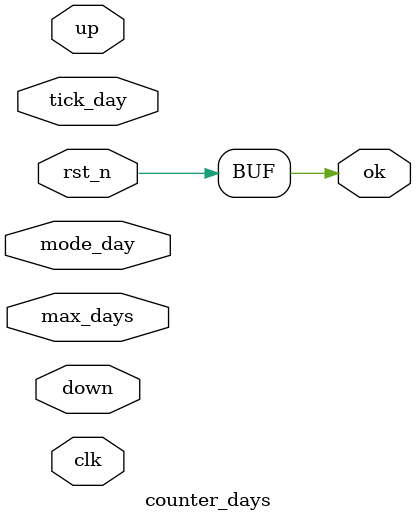
<source format=v>
module counter_days (
    input clk,
    input rst_n,
    input mode_day,
    input up,
    input down,
    input tick_day,
    input [5:0] max_days,
	 output ok
);

    assign ok = rst_n; 

endmodule 
</source>
